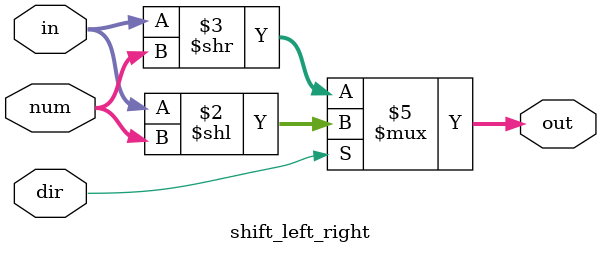
<source format=v>
module shift_left_right (
    input [3:0] in,
    input dir,
    input [1:0] num,
    output reg [3:0] out
);

always @(*) begin
    if (dir) //left
        out = in << num;
    else //right
        out = in >> num;
end
    
endmodule
</source>
